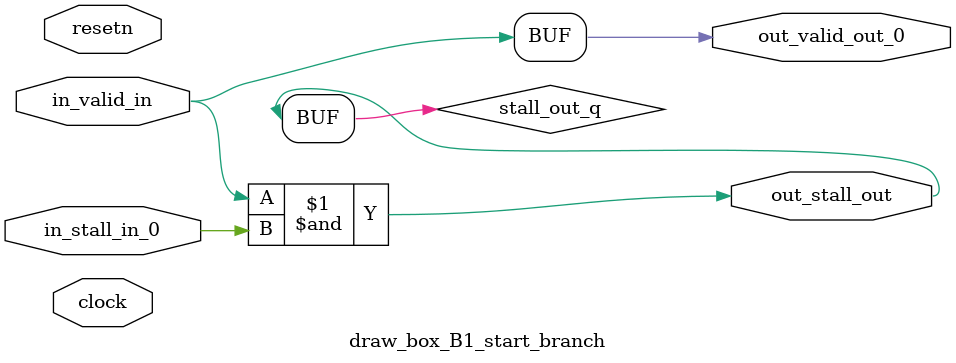
<source format=sv>



(* altera_attribute = "-name AUTO_SHIFT_REGISTER_RECOGNITION OFF; -name MESSAGE_DISABLE 10036; -name MESSAGE_DISABLE 10037; -name MESSAGE_DISABLE 14130; -name MESSAGE_DISABLE 14320; -name MESSAGE_DISABLE 15400; -name MESSAGE_DISABLE 14130; -name MESSAGE_DISABLE 10036; -name MESSAGE_DISABLE 12020; -name MESSAGE_DISABLE 12030; -name MESSAGE_DISABLE 12010; -name MESSAGE_DISABLE 12110; -name MESSAGE_DISABLE 14320; -name MESSAGE_DISABLE 13410; -name MESSAGE_DISABLE 113007; -name MESSAGE_DISABLE 10958" *)
module draw_box_B1_start_branch (
    input wire [0:0] in_stall_in_0,
    input wire [0:0] in_valid_in,
    output wire [0:0] out_stall_out,
    output wire [0:0] out_valid_out_0,
    input wire clock,
    input wire resetn
    );

    wire [0:0] stall_out_q;


    // stall_out(LOGICAL,6)
    assign stall_out_q = in_valid_in & in_stall_in_0;

    // out_stall_out(GPOUT,4)
    assign out_stall_out = stall_out_q;

    // out_valid_out_0(GPOUT,5)
    assign out_valid_out_0 = in_valid_in;

endmodule

</source>
